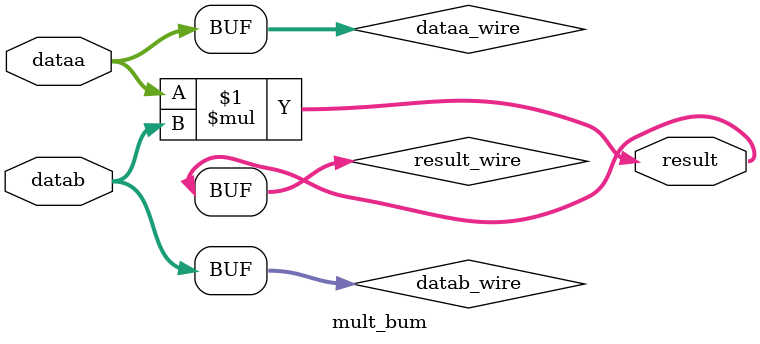
<source format=v>






//synthesis_resources = 
//synopsys translate_off
`timescale 1 ps / 1 ps
//synopsys translate_on
module  mult_bum
	( 
	dataa,
	datab,
	result) /* synthesis synthesis_clearbox=1 */;
	input   [7:0]  dataa;
	input   [7:0]  datab;
	output   [15:0]  result;

	wire signed	[7:0]    dataa_wire;
	wire signed	[7:0]    datab_wire;
	wire signed	[15:0]    result_wire;



	assign dataa_wire = dataa;
	assign datab_wire = datab;
	assign result_wire = dataa_wire * datab_wire;
	assign result = ({result_wire[15:0]});

endmodule //mult_bum
//VALID FILE

</source>
